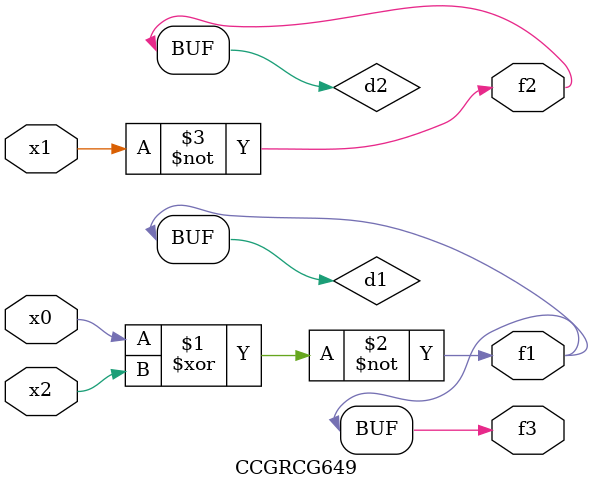
<source format=v>
module CCGRCG649(
	input x0, x1, x2,
	output f1, f2, f3
);

	wire d1, d2, d3;

	xnor (d1, x0, x2);
	nand (d2, x1);
	nor (d3, x1, x2);
	assign f1 = d1;
	assign f2 = d2;
	assign f3 = d1;
endmodule

</source>
